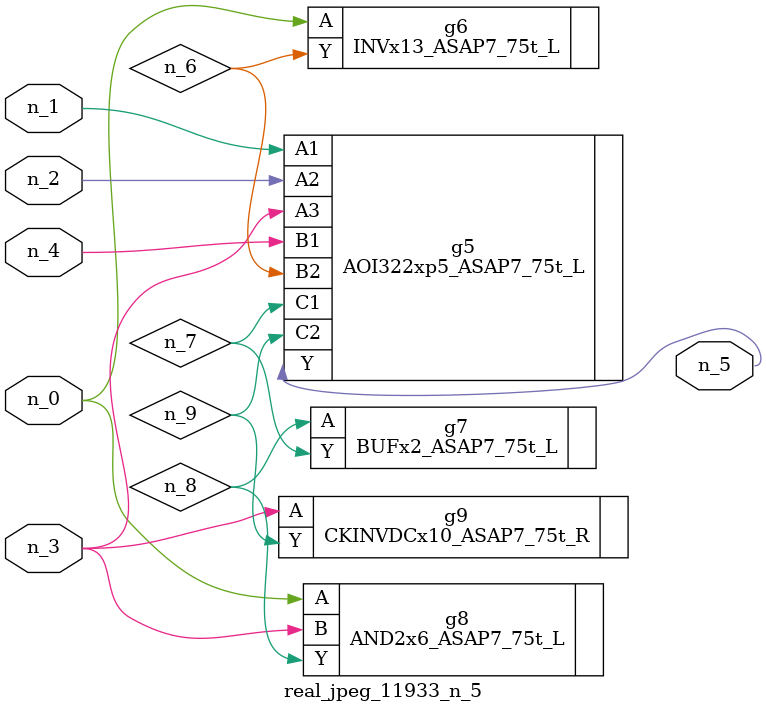
<source format=v>
module real_jpeg_11933_n_5 (n_4, n_0, n_1, n_2, n_3, n_5);

input n_4;
input n_0;
input n_1;
input n_2;
input n_3;

output n_5;

wire n_8;
wire n_6;
wire n_7;
wire n_9;

INVx13_ASAP7_75t_L g6 ( 
.A(n_0),
.Y(n_6)
);

AND2x6_ASAP7_75t_L g8 ( 
.A(n_0),
.B(n_3),
.Y(n_8)
);

AOI322xp5_ASAP7_75t_L g5 ( 
.A1(n_1),
.A2(n_2),
.A3(n_3),
.B1(n_4),
.B2(n_6),
.C1(n_7),
.C2(n_9),
.Y(n_5)
);

CKINVDCx10_ASAP7_75t_R g9 ( 
.A(n_3),
.Y(n_9)
);

BUFx2_ASAP7_75t_L g7 ( 
.A(n_8),
.Y(n_7)
);


endmodule
</source>
